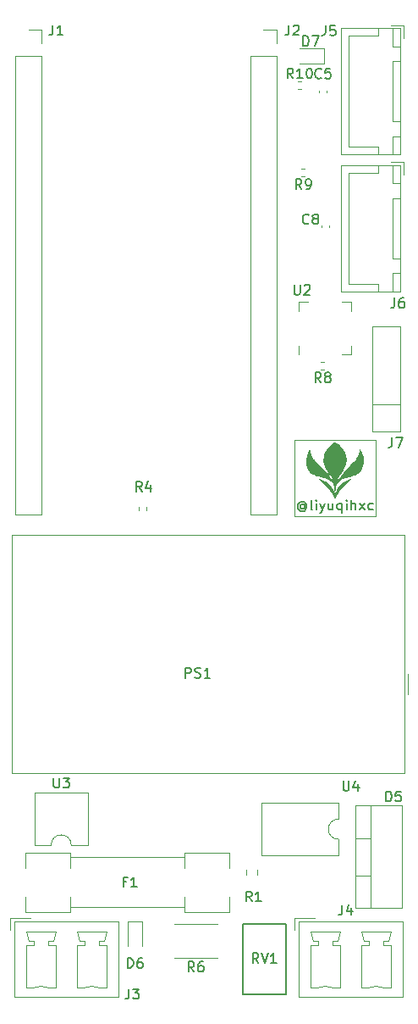
<source format=gbr>
%TF.GenerationSoftware,KiCad,Pcbnew,7.0.8*%
%TF.CreationDate,2024-01-30T16:00:28+08:00*%
%TF.ProjectId,esp32_temperature_controller,65737033-325f-4746-956d-706572617475,rev?*%
%TF.SameCoordinates,PX50e7ea0PY815a420*%
%TF.FileFunction,Legend,Top*%
%TF.FilePolarity,Positive*%
%FSLAX46Y46*%
G04 Gerber Fmt 4.6, Leading zero omitted, Abs format (unit mm)*
G04 Created by KiCad (PCBNEW 7.0.8) date 2024-01-30 16:00:28*
%MOMM*%
%LPD*%
G01*
G04 APERTURE LIST*
%ADD10C,0.150000*%
%ADD11C,0.120000*%
G04 APERTURE END LIST*
D10*
X31329333Y61875181D02*
X30996000Y62351372D01*
X30757905Y61875181D02*
X30757905Y62875181D01*
X30757905Y62875181D02*
X31138857Y62875181D01*
X31138857Y62875181D02*
X31234095Y62827562D01*
X31234095Y62827562D02*
X31281714Y62779943D01*
X31281714Y62779943D02*
X31329333Y62684705D01*
X31329333Y62684705D02*
X31329333Y62541848D01*
X31329333Y62541848D02*
X31281714Y62446610D01*
X31281714Y62446610D02*
X31234095Y62398991D01*
X31234095Y62398991D02*
X31138857Y62351372D01*
X31138857Y62351372D02*
X30757905Y62351372D01*
X31900762Y62446610D02*
X31805524Y62494229D01*
X31805524Y62494229D02*
X31757905Y62541848D01*
X31757905Y62541848D02*
X31710286Y62637086D01*
X31710286Y62637086D02*
X31710286Y62684705D01*
X31710286Y62684705D02*
X31757905Y62779943D01*
X31757905Y62779943D02*
X31805524Y62827562D01*
X31805524Y62827562D02*
X31900762Y62875181D01*
X31900762Y62875181D02*
X32091238Y62875181D01*
X32091238Y62875181D02*
X32186476Y62827562D01*
X32186476Y62827562D02*
X32234095Y62779943D01*
X32234095Y62779943D02*
X32281714Y62684705D01*
X32281714Y62684705D02*
X32281714Y62637086D01*
X32281714Y62637086D02*
X32234095Y62541848D01*
X32234095Y62541848D02*
X32186476Y62494229D01*
X32186476Y62494229D02*
X32091238Y62446610D01*
X32091238Y62446610D02*
X31900762Y62446610D01*
X31900762Y62446610D02*
X31805524Y62398991D01*
X31805524Y62398991D02*
X31757905Y62351372D01*
X31757905Y62351372D02*
X31710286Y62256134D01*
X31710286Y62256134D02*
X31710286Y62065658D01*
X31710286Y62065658D02*
X31757905Y61970420D01*
X31757905Y61970420D02*
X31805524Y61922800D01*
X31805524Y61922800D02*
X31900762Y61875181D01*
X31900762Y61875181D02*
X32091238Y61875181D01*
X32091238Y61875181D02*
X32186476Y61922800D01*
X32186476Y61922800D02*
X32234095Y61970420D01*
X32234095Y61970420D02*
X32281714Y62065658D01*
X32281714Y62065658D02*
X32281714Y62256134D01*
X32281714Y62256134D02*
X32234095Y62351372D01*
X32234095Y62351372D02*
X32186476Y62398991D01*
X32186476Y62398991D02*
X32091238Y62446610D01*
X33552095Y22081181D02*
X33552095Y21271658D01*
X33552095Y21271658D02*
X33599714Y21176420D01*
X33599714Y21176420D02*
X33647333Y21128800D01*
X33647333Y21128800D02*
X33742571Y21081181D01*
X33742571Y21081181D02*
X33933047Y21081181D01*
X33933047Y21081181D02*
X34028285Y21128800D01*
X34028285Y21128800D02*
X34075904Y21176420D01*
X34075904Y21176420D02*
X34123523Y21271658D01*
X34123523Y21271658D02*
X34123523Y22081181D01*
X35028285Y21747848D02*
X35028285Y21081181D01*
X34790190Y22128800D02*
X34552095Y21414515D01*
X34552095Y21414515D02*
X35171142Y21414515D01*
X18629333Y3021181D02*
X18296000Y3497372D01*
X18057905Y3021181D02*
X18057905Y4021181D01*
X18057905Y4021181D02*
X18438857Y4021181D01*
X18438857Y4021181D02*
X18534095Y3973562D01*
X18534095Y3973562D02*
X18581714Y3925943D01*
X18581714Y3925943D02*
X18629333Y3830705D01*
X18629333Y3830705D02*
X18629333Y3687848D01*
X18629333Y3687848D02*
X18581714Y3592610D01*
X18581714Y3592610D02*
X18534095Y3544991D01*
X18534095Y3544991D02*
X18438857Y3497372D01*
X18438857Y3497372D02*
X18057905Y3497372D01*
X19486476Y4021181D02*
X19296000Y4021181D01*
X19296000Y4021181D02*
X19200762Y3973562D01*
X19200762Y3973562D02*
X19153143Y3925943D01*
X19153143Y3925943D02*
X19057905Y3783086D01*
X19057905Y3783086D02*
X19010286Y3592610D01*
X19010286Y3592610D02*
X19010286Y3211658D01*
X19010286Y3211658D02*
X19057905Y3116420D01*
X19057905Y3116420D02*
X19105524Y3068800D01*
X19105524Y3068800D02*
X19200762Y3021181D01*
X19200762Y3021181D02*
X19391238Y3021181D01*
X19391238Y3021181D02*
X19486476Y3068800D01*
X19486476Y3068800D02*
X19534095Y3116420D01*
X19534095Y3116420D02*
X19581714Y3211658D01*
X19581714Y3211658D02*
X19581714Y3449753D01*
X19581714Y3449753D02*
X19534095Y3544991D01*
X19534095Y3544991D02*
X19486476Y3592610D01*
X19486476Y3592610D02*
X19391238Y3640229D01*
X19391238Y3640229D02*
X19200762Y3640229D01*
X19200762Y3640229D02*
X19105524Y3592610D01*
X19105524Y3592610D02*
X19057905Y3544991D01*
X19057905Y3544991D02*
X19010286Y3449753D01*
X25068761Y3881181D02*
X24735428Y4357372D01*
X24497333Y3881181D02*
X24497333Y4881181D01*
X24497333Y4881181D02*
X24878285Y4881181D01*
X24878285Y4881181D02*
X24973523Y4833562D01*
X24973523Y4833562D02*
X25021142Y4785943D01*
X25021142Y4785943D02*
X25068761Y4690705D01*
X25068761Y4690705D02*
X25068761Y4547848D01*
X25068761Y4547848D02*
X25021142Y4452610D01*
X25021142Y4452610D02*
X24973523Y4404991D01*
X24973523Y4404991D02*
X24878285Y4357372D01*
X24878285Y4357372D02*
X24497333Y4357372D01*
X25354476Y4881181D02*
X25687809Y3881181D01*
X25687809Y3881181D02*
X26021142Y4881181D01*
X26878285Y3881181D02*
X26306857Y3881181D01*
X26592571Y3881181D02*
X26592571Y4881181D01*
X26592571Y4881181D02*
X26497333Y4738324D01*
X26497333Y4738324D02*
X26402095Y4643086D01*
X26402095Y4643086D02*
X26306857Y4595467D01*
X38680666Y70331181D02*
X38680666Y69616896D01*
X38680666Y69616896D02*
X38633047Y69474039D01*
X38633047Y69474039D02*
X38537809Y69378800D01*
X38537809Y69378800D02*
X38394952Y69331181D01*
X38394952Y69331181D02*
X38299714Y69331181D01*
X39585428Y70331181D02*
X39394952Y70331181D01*
X39394952Y70331181D02*
X39299714Y70283562D01*
X39299714Y70283562D02*
X39252095Y70235943D01*
X39252095Y70235943D02*
X39156857Y70093086D01*
X39156857Y70093086D02*
X39109238Y69902610D01*
X39109238Y69902610D02*
X39109238Y69521658D01*
X39109238Y69521658D02*
X39156857Y69426420D01*
X39156857Y69426420D02*
X39204476Y69378800D01*
X39204476Y69378800D02*
X39299714Y69331181D01*
X39299714Y69331181D02*
X39490190Y69331181D01*
X39490190Y69331181D02*
X39585428Y69378800D01*
X39585428Y69378800D02*
X39633047Y69426420D01*
X39633047Y69426420D02*
X39680666Y69521658D01*
X39680666Y69521658D02*
X39680666Y69759753D01*
X39680666Y69759753D02*
X39633047Y69854991D01*
X39633047Y69854991D02*
X39585428Y69902610D01*
X39585428Y69902610D02*
X39490190Y69950229D01*
X39490190Y69950229D02*
X39299714Y69950229D01*
X39299714Y69950229D02*
X39204476Y69902610D01*
X39204476Y69902610D02*
X39156857Y69854991D01*
X39156857Y69854991D02*
X39109238Y69759753D01*
X12112666Y1307181D02*
X12112666Y592896D01*
X12112666Y592896D02*
X12065047Y450039D01*
X12065047Y450039D02*
X11969809Y354800D01*
X11969809Y354800D02*
X11826952Y307181D01*
X11826952Y307181D02*
X11731714Y307181D01*
X12493619Y1307181D02*
X13112666Y1307181D01*
X13112666Y1307181D02*
X12779333Y926229D01*
X12779333Y926229D02*
X12922190Y926229D01*
X12922190Y926229D02*
X13017428Y878610D01*
X13017428Y878610D02*
X13065047Y830991D01*
X13065047Y830991D02*
X13112666Y735753D01*
X13112666Y735753D02*
X13112666Y497658D01*
X13112666Y497658D02*
X13065047Y402420D01*
X13065047Y402420D02*
X13017428Y354800D01*
X13017428Y354800D02*
X12922190Y307181D01*
X12922190Y307181D02*
X12636476Y307181D01*
X12636476Y307181D02*
X12541238Y354800D01*
X12541238Y354800D02*
X12493619Y402420D01*
X31347333Y92326420D02*
X31299714Y92278800D01*
X31299714Y92278800D02*
X31156857Y92231181D01*
X31156857Y92231181D02*
X31061619Y92231181D01*
X31061619Y92231181D02*
X30918762Y92278800D01*
X30918762Y92278800D02*
X30823524Y92374039D01*
X30823524Y92374039D02*
X30775905Y92469277D01*
X30775905Y92469277D02*
X30728286Y92659753D01*
X30728286Y92659753D02*
X30728286Y92802610D01*
X30728286Y92802610D02*
X30775905Y92993086D01*
X30775905Y92993086D02*
X30823524Y93088324D01*
X30823524Y93088324D02*
X30918762Y93183562D01*
X30918762Y93183562D02*
X31061619Y93231181D01*
X31061619Y93231181D02*
X31156857Y93231181D01*
X31156857Y93231181D02*
X31299714Y93183562D01*
X31299714Y93183562D02*
X31347333Y93135943D01*
X32252095Y93231181D02*
X31775905Y93231181D01*
X31775905Y93231181D02*
X31728286Y92754991D01*
X31728286Y92754991D02*
X31775905Y92802610D01*
X31775905Y92802610D02*
X31871143Y92850229D01*
X31871143Y92850229D02*
X32109238Y92850229D01*
X32109238Y92850229D02*
X32204476Y92802610D01*
X32204476Y92802610D02*
X32252095Y92754991D01*
X32252095Y92754991D02*
X32299714Y92659753D01*
X32299714Y92659753D02*
X32299714Y92421658D01*
X32299714Y92421658D02*
X32252095Y92326420D01*
X32252095Y92326420D02*
X32204476Y92278800D01*
X32204476Y92278800D02*
X32109238Y92231181D01*
X32109238Y92231181D02*
X31871143Y92231181D01*
X31871143Y92231181D02*
X31775905Y92278800D01*
X31775905Y92278800D02*
X31728286Y92326420D01*
X33448666Y9689181D02*
X33448666Y8974896D01*
X33448666Y8974896D02*
X33401047Y8832039D01*
X33401047Y8832039D02*
X33305809Y8736800D01*
X33305809Y8736800D02*
X33162952Y8689181D01*
X33162952Y8689181D02*
X33067714Y8689181D01*
X34353428Y9355848D02*
X34353428Y8689181D01*
X34115333Y9736800D02*
X33877238Y9022515D01*
X33877238Y9022515D02*
X34496285Y9022515D01*
X31780666Y97531181D02*
X31780666Y96816896D01*
X31780666Y96816896D02*
X31733047Y96674039D01*
X31733047Y96674039D02*
X31637809Y96578800D01*
X31637809Y96578800D02*
X31494952Y96531181D01*
X31494952Y96531181D02*
X31399714Y96531181D01*
X32733047Y97531181D02*
X32256857Y97531181D01*
X32256857Y97531181D02*
X32209238Y97054991D01*
X32209238Y97054991D02*
X32256857Y97102610D01*
X32256857Y97102610D02*
X32352095Y97150229D01*
X32352095Y97150229D02*
X32590190Y97150229D01*
X32590190Y97150229D02*
X32685428Y97102610D01*
X32685428Y97102610D02*
X32733047Y97054991D01*
X32733047Y97054991D02*
X32780666Y96959753D01*
X32780666Y96959753D02*
X32780666Y96721658D01*
X32780666Y96721658D02*
X32733047Y96626420D01*
X32733047Y96626420D02*
X32685428Y96578800D01*
X32685428Y96578800D02*
X32590190Y96531181D01*
X32590190Y96531181D02*
X32352095Y96531181D01*
X32352095Y96531181D02*
X32256857Y96578800D01*
X32256857Y96578800D02*
X32209238Y96626420D01*
X29525905Y95481181D02*
X29525905Y96481181D01*
X29525905Y96481181D02*
X29764000Y96481181D01*
X29764000Y96481181D02*
X29906857Y96433562D01*
X29906857Y96433562D02*
X30002095Y96338324D01*
X30002095Y96338324D02*
X30049714Y96243086D01*
X30049714Y96243086D02*
X30097333Y96052610D01*
X30097333Y96052610D02*
X30097333Y95909753D01*
X30097333Y95909753D02*
X30049714Y95719277D01*
X30049714Y95719277D02*
X30002095Y95624039D01*
X30002095Y95624039D02*
X29906857Y95528800D01*
X29906857Y95528800D02*
X29764000Y95481181D01*
X29764000Y95481181D02*
X29525905Y95481181D01*
X30430667Y96481181D02*
X31097333Y96481181D01*
X31097333Y96481181D02*
X30668762Y95481181D01*
X29386833Y81179181D02*
X29053500Y81655372D01*
X28815405Y81179181D02*
X28815405Y82179181D01*
X28815405Y82179181D02*
X29196357Y82179181D01*
X29196357Y82179181D02*
X29291595Y82131562D01*
X29291595Y82131562D02*
X29339214Y82083943D01*
X29339214Y82083943D02*
X29386833Y81988705D01*
X29386833Y81988705D02*
X29386833Y81845848D01*
X29386833Y81845848D02*
X29339214Y81750610D01*
X29339214Y81750610D02*
X29291595Y81702991D01*
X29291595Y81702991D02*
X29196357Y81655372D01*
X29196357Y81655372D02*
X28815405Y81655372D01*
X29863024Y81179181D02*
X30053500Y81179181D01*
X30053500Y81179181D02*
X30148738Y81226800D01*
X30148738Y81226800D02*
X30196357Y81274420D01*
X30196357Y81274420D02*
X30291595Y81417277D01*
X30291595Y81417277D02*
X30339214Y81607753D01*
X30339214Y81607753D02*
X30339214Y81988705D01*
X30339214Y81988705D02*
X30291595Y82083943D01*
X30291595Y82083943D02*
X30243976Y82131562D01*
X30243976Y82131562D02*
X30148738Y82179181D01*
X30148738Y82179181D02*
X29958262Y82179181D01*
X29958262Y82179181D02*
X29863024Y82131562D01*
X29863024Y82131562D02*
X29815405Y82083943D01*
X29815405Y82083943D02*
X29767786Y81988705D01*
X29767786Y81988705D02*
X29767786Y81750610D01*
X29767786Y81750610D02*
X29815405Y81655372D01*
X29815405Y81655372D02*
X29863024Y81607753D01*
X29863024Y81607753D02*
X29958262Y81560134D01*
X29958262Y81560134D02*
X30148738Y81560134D01*
X30148738Y81560134D02*
X30243976Y81607753D01*
X30243976Y81607753D02*
X30291595Y81655372D01*
X30291595Y81655372D02*
X30339214Y81750610D01*
X29657826Y49628372D02*
X29610207Y49675991D01*
X29610207Y49675991D02*
X29514969Y49723610D01*
X29514969Y49723610D02*
X29419731Y49723610D01*
X29419731Y49723610D02*
X29324493Y49675991D01*
X29324493Y49675991D02*
X29276874Y49628372D01*
X29276874Y49628372D02*
X29229255Y49533134D01*
X29229255Y49533134D02*
X29229255Y49437896D01*
X29229255Y49437896D02*
X29276874Y49342658D01*
X29276874Y49342658D02*
X29324493Y49295039D01*
X29324493Y49295039D02*
X29419731Y49247420D01*
X29419731Y49247420D02*
X29514969Y49247420D01*
X29514969Y49247420D02*
X29610207Y49295039D01*
X29610207Y49295039D02*
X29657826Y49342658D01*
X29657826Y49723610D02*
X29657826Y49342658D01*
X29657826Y49342658D02*
X29705445Y49295039D01*
X29705445Y49295039D02*
X29753064Y49295039D01*
X29753064Y49295039D02*
X29848303Y49342658D01*
X29848303Y49342658D02*
X29895922Y49437896D01*
X29895922Y49437896D02*
X29895922Y49675991D01*
X29895922Y49675991D02*
X29800684Y49818848D01*
X29800684Y49818848D02*
X29657826Y49914086D01*
X29657826Y49914086D02*
X29467350Y49961705D01*
X29467350Y49961705D02*
X29276874Y49914086D01*
X29276874Y49914086D02*
X29134017Y49818848D01*
X29134017Y49818848D02*
X29038779Y49675991D01*
X29038779Y49675991D02*
X28991160Y49485515D01*
X28991160Y49485515D02*
X29038779Y49295039D01*
X29038779Y49295039D02*
X29134017Y49152181D01*
X29134017Y49152181D02*
X29276874Y49056943D01*
X29276874Y49056943D02*
X29467350Y49009324D01*
X29467350Y49009324D02*
X29657826Y49056943D01*
X29657826Y49056943D02*
X29800684Y49152181D01*
X30467350Y49152181D02*
X30372112Y49199800D01*
X30372112Y49199800D02*
X30324493Y49295039D01*
X30324493Y49295039D02*
X30324493Y50152181D01*
X30848303Y49152181D02*
X30848303Y49818848D01*
X30848303Y50152181D02*
X30800684Y50104562D01*
X30800684Y50104562D02*
X30848303Y50056943D01*
X30848303Y50056943D02*
X30895922Y50104562D01*
X30895922Y50104562D02*
X30848303Y50152181D01*
X30848303Y50152181D02*
X30848303Y50056943D01*
X31229255Y49818848D02*
X31467350Y49152181D01*
X31705445Y49818848D02*
X31467350Y49152181D01*
X31467350Y49152181D02*
X31372112Y48914086D01*
X31372112Y48914086D02*
X31324493Y48866467D01*
X31324493Y48866467D02*
X31229255Y48818848D01*
X32514969Y49818848D02*
X32514969Y49152181D01*
X32086398Y49818848D02*
X32086398Y49295039D01*
X32086398Y49295039D02*
X32134017Y49199800D01*
X32134017Y49199800D02*
X32229255Y49152181D01*
X32229255Y49152181D02*
X32372112Y49152181D01*
X32372112Y49152181D02*
X32467350Y49199800D01*
X32467350Y49199800D02*
X32514969Y49247420D01*
X33419731Y49818848D02*
X33419731Y48818848D01*
X33419731Y49199800D02*
X33324493Y49152181D01*
X33324493Y49152181D02*
X33134017Y49152181D01*
X33134017Y49152181D02*
X33038779Y49199800D01*
X33038779Y49199800D02*
X32991160Y49247420D01*
X32991160Y49247420D02*
X32943541Y49342658D01*
X32943541Y49342658D02*
X32943541Y49628372D01*
X32943541Y49628372D02*
X32991160Y49723610D01*
X32991160Y49723610D02*
X33038779Y49771229D01*
X33038779Y49771229D02*
X33134017Y49818848D01*
X33134017Y49818848D02*
X33324493Y49818848D01*
X33324493Y49818848D02*
X33419731Y49771229D01*
X33895922Y49152181D02*
X33895922Y49818848D01*
X33895922Y50152181D02*
X33848303Y50104562D01*
X33848303Y50104562D02*
X33895922Y50056943D01*
X33895922Y50056943D02*
X33943541Y50104562D01*
X33943541Y50104562D02*
X33895922Y50152181D01*
X33895922Y50152181D02*
X33895922Y50056943D01*
X34372112Y49152181D02*
X34372112Y50152181D01*
X34800683Y49152181D02*
X34800683Y49675991D01*
X34800683Y49675991D02*
X34753064Y49771229D01*
X34753064Y49771229D02*
X34657826Y49818848D01*
X34657826Y49818848D02*
X34514969Y49818848D01*
X34514969Y49818848D02*
X34419731Y49771229D01*
X34419731Y49771229D02*
X34372112Y49723610D01*
X35181636Y49152181D02*
X35705445Y49818848D01*
X35181636Y49818848D02*
X35705445Y49152181D01*
X36514969Y49199800D02*
X36419731Y49152181D01*
X36419731Y49152181D02*
X36229255Y49152181D01*
X36229255Y49152181D02*
X36134017Y49199800D01*
X36134017Y49199800D02*
X36086398Y49247420D01*
X36086398Y49247420D02*
X36038779Y49342658D01*
X36038779Y49342658D02*
X36038779Y49628372D01*
X36038779Y49628372D02*
X36086398Y49723610D01*
X36086398Y49723610D02*
X36134017Y49771229D01*
X36134017Y49771229D02*
X36229255Y49818848D01*
X36229255Y49818848D02*
X36419731Y49818848D01*
X36419731Y49818848D02*
X36514969Y49771229D01*
X24397333Y10031181D02*
X24064000Y10507372D01*
X23825905Y10031181D02*
X23825905Y11031181D01*
X23825905Y11031181D02*
X24206857Y11031181D01*
X24206857Y11031181D02*
X24302095Y10983562D01*
X24302095Y10983562D02*
X24349714Y10935943D01*
X24349714Y10935943D02*
X24397333Y10840705D01*
X24397333Y10840705D02*
X24397333Y10697848D01*
X24397333Y10697848D02*
X24349714Y10602610D01*
X24349714Y10602610D02*
X24302095Y10554991D01*
X24302095Y10554991D02*
X24206857Y10507372D01*
X24206857Y10507372D02*
X23825905Y10507372D01*
X25349714Y10031181D02*
X24778286Y10031181D01*
X25064000Y10031181D02*
X25064000Y11031181D01*
X25064000Y11031181D02*
X24968762Y10888324D01*
X24968762Y10888324D02*
X24873524Y10793086D01*
X24873524Y10793086D02*
X24778286Y10745467D01*
X28521142Y92251181D02*
X28187809Y92727372D01*
X27949714Y92251181D02*
X27949714Y93251181D01*
X27949714Y93251181D02*
X28330666Y93251181D01*
X28330666Y93251181D02*
X28425904Y93203562D01*
X28425904Y93203562D02*
X28473523Y93155943D01*
X28473523Y93155943D02*
X28521142Y93060705D01*
X28521142Y93060705D02*
X28521142Y92917848D01*
X28521142Y92917848D02*
X28473523Y92822610D01*
X28473523Y92822610D02*
X28425904Y92774991D01*
X28425904Y92774991D02*
X28330666Y92727372D01*
X28330666Y92727372D02*
X27949714Y92727372D01*
X29473523Y92251181D02*
X28902095Y92251181D01*
X29187809Y92251181D02*
X29187809Y93251181D01*
X29187809Y93251181D02*
X29092571Y93108324D01*
X29092571Y93108324D02*
X28997333Y93013086D01*
X28997333Y93013086D02*
X28902095Y92965467D01*
X30092571Y93251181D02*
X30187809Y93251181D01*
X30187809Y93251181D02*
X30283047Y93203562D01*
X30283047Y93203562D02*
X30330666Y93155943D01*
X30330666Y93155943D02*
X30378285Y93060705D01*
X30378285Y93060705D02*
X30425904Y92870229D01*
X30425904Y92870229D02*
X30425904Y92632134D01*
X30425904Y92632134D02*
X30378285Y92441658D01*
X30378285Y92441658D02*
X30330666Y92346420D01*
X30330666Y92346420D02*
X30283047Y92298800D01*
X30283047Y92298800D02*
X30187809Y92251181D01*
X30187809Y92251181D02*
X30092571Y92251181D01*
X30092571Y92251181D02*
X29997333Y92298800D01*
X29997333Y92298800D02*
X29949714Y92346420D01*
X29949714Y92346420D02*
X29902095Y92441658D01*
X29902095Y92441658D02*
X29854476Y92632134D01*
X29854476Y92632134D02*
X29854476Y92870229D01*
X29854476Y92870229D02*
X29902095Y93060705D01*
X29902095Y93060705D02*
X29949714Y93155943D01*
X29949714Y93155943D02*
X29997333Y93203562D01*
X29997333Y93203562D02*
X30092571Y93251181D01*
X11975905Y3381181D02*
X11975905Y4381181D01*
X11975905Y4381181D02*
X12214000Y4381181D01*
X12214000Y4381181D02*
X12356857Y4333562D01*
X12356857Y4333562D02*
X12452095Y4238324D01*
X12452095Y4238324D02*
X12499714Y4143086D01*
X12499714Y4143086D02*
X12547333Y3952610D01*
X12547333Y3952610D02*
X12547333Y3809753D01*
X12547333Y3809753D02*
X12499714Y3619277D01*
X12499714Y3619277D02*
X12452095Y3524039D01*
X12452095Y3524039D02*
X12356857Y3428800D01*
X12356857Y3428800D02*
X12214000Y3381181D01*
X12214000Y3381181D02*
X11975905Y3381181D01*
X13404476Y4381181D02*
X13214000Y4381181D01*
X13214000Y4381181D02*
X13118762Y4333562D01*
X13118762Y4333562D02*
X13071143Y4285943D01*
X13071143Y4285943D02*
X12975905Y4143086D01*
X12975905Y4143086D02*
X12928286Y3952610D01*
X12928286Y3952610D02*
X12928286Y3571658D01*
X12928286Y3571658D02*
X12975905Y3476420D01*
X12975905Y3476420D02*
X13023524Y3428800D01*
X13023524Y3428800D02*
X13118762Y3381181D01*
X13118762Y3381181D02*
X13309238Y3381181D01*
X13309238Y3381181D02*
X13404476Y3428800D01*
X13404476Y3428800D02*
X13452095Y3476420D01*
X13452095Y3476420D02*
X13499714Y3571658D01*
X13499714Y3571658D02*
X13499714Y3809753D01*
X13499714Y3809753D02*
X13452095Y3904991D01*
X13452095Y3904991D02*
X13404476Y3952610D01*
X13404476Y3952610D02*
X13309238Y4000229D01*
X13309238Y4000229D02*
X13118762Y4000229D01*
X13118762Y4000229D02*
X13023524Y3952610D01*
X13023524Y3952610D02*
X12975905Y3904991D01*
X12975905Y3904991D02*
X12928286Y3809753D01*
X4492666Y97573181D02*
X4492666Y96858896D01*
X4492666Y96858896D02*
X4445047Y96716039D01*
X4445047Y96716039D02*
X4349809Y96620800D01*
X4349809Y96620800D02*
X4206952Y96573181D01*
X4206952Y96573181D02*
X4111714Y96573181D01*
X5492666Y96573181D02*
X4921238Y96573181D01*
X5206952Y96573181D02*
X5206952Y97573181D01*
X5206952Y97573181D02*
X5111714Y97430324D01*
X5111714Y97430324D02*
X5016476Y97335086D01*
X5016476Y97335086D02*
X4921238Y97287467D01*
X30097333Y77776420D02*
X30049714Y77728800D01*
X30049714Y77728800D02*
X29906857Y77681181D01*
X29906857Y77681181D02*
X29811619Y77681181D01*
X29811619Y77681181D02*
X29668762Y77728800D01*
X29668762Y77728800D02*
X29573524Y77824039D01*
X29573524Y77824039D02*
X29525905Y77919277D01*
X29525905Y77919277D02*
X29478286Y78109753D01*
X29478286Y78109753D02*
X29478286Y78252610D01*
X29478286Y78252610D02*
X29525905Y78443086D01*
X29525905Y78443086D02*
X29573524Y78538324D01*
X29573524Y78538324D02*
X29668762Y78633562D01*
X29668762Y78633562D02*
X29811619Y78681181D01*
X29811619Y78681181D02*
X29906857Y78681181D01*
X29906857Y78681181D02*
X30049714Y78633562D01*
X30049714Y78633562D02*
X30097333Y78585943D01*
X30668762Y78252610D02*
X30573524Y78300229D01*
X30573524Y78300229D02*
X30525905Y78347848D01*
X30525905Y78347848D02*
X30478286Y78443086D01*
X30478286Y78443086D02*
X30478286Y78490705D01*
X30478286Y78490705D02*
X30525905Y78585943D01*
X30525905Y78585943D02*
X30573524Y78633562D01*
X30573524Y78633562D02*
X30668762Y78681181D01*
X30668762Y78681181D02*
X30859238Y78681181D01*
X30859238Y78681181D02*
X30954476Y78633562D01*
X30954476Y78633562D02*
X31002095Y78585943D01*
X31002095Y78585943D02*
X31049714Y78490705D01*
X31049714Y78490705D02*
X31049714Y78443086D01*
X31049714Y78443086D02*
X31002095Y78347848D01*
X31002095Y78347848D02*
X30954476Y78300229D01*
X30954476Y78300229D02*
X30859238Y78252610D01*
X30859238Y78252610D02*
X30668762Y78252610D01*
X30668762Y78252610D02*
X30573524Y78204991D01*
X30573524Y78204991D02*
X30525905Y78157372D01*
X30525905Y78157372D02*
X30478286Y78062134D01*
X30478286Y78062134D02*
X30478286Y77871658D01*
X30478286Y77871658D02*
X30525905Y77776420D01*
X30525905Y77776420D02*
X30573524Y77728800D01*
X30573524Y77728800D02*
X30668762Y77681181D01*
X30668762Y77681181D02*
X30859238Y77681181D01*
X30859238Y77681181D02*
X30954476Y77728800D01*
X30954476Y77728800D02*
X31002095Y77776420D01*
X31002095Y77776420D02*
X31049714Y77871658D01*
X31049714Y77871658D02*
X31049714Y78062134D01*
X31049714Y78062134D02*
X31002095Y78157372D01*
X31002095Y78157372D02*
X30954476Y78204991D01*
X30954476Y78204991D02*
X30859238Y78252610D01*
X4572095Y22389181D02*
X4572095Y21579658D01*
X4572095Y21579658D02*
X4619714Y21484420D01*
X4619714Y21484420D02*
X4667333Y21436800D01*
X4667333Y21436800D02*
X4762571Y21389181D01*
X4762571Y21389181D02*
X4953047Y21389181D01*
X4953047Y21389181D02*
X5048285Y21436800D01*
X5048285Y21436800D02*
X5095904Y21484420D01*
X5095904Y21484420D02*
X5143523Y21579658D01*
X5143523Y21579658D02*
X5143523Y22389181D01*
X5524476Y22389181D02*
X6143523Y22389181D01*
X6143523Y22389181D02*
X5810190Y22008229D01*
X5810190Y22008229D02*
X5953047Y22008229D01*
X5953047Y22008229D02*
X6048285Y21960610D01*
X6048285Y21960610D02*
X6095904Y21912991D01*
X6095904Y21912991D02*
X6143523Y21817753D01*
X6143523Y21817753D02*
X6143523Y21579658D01*
X6143523Y21579658D02*
X6095904Y21484420D01*
X6095904Y21484420D02*
X6048285Y21436800D01*
X6048285Y21436800D02*
X5953047Y21389181D01*
X5953047Y21389181D02*
X5667333Y21389181D01*
X5667333Y21389181D02*
X5572095Y21436800D01*
X5572095Y21436800D02*
X5524476Y21484420D01*
X28652095Y71631181D02*
X28652095Y70821658D01*
X28652095Y70821658D02*
X28699714Y70726420D01*
X28699714Y70726420D02*
X28747333Y70678800D01*
X28747333Y70678800D02*
X28842571Y70631181D01*
X28842571Y70631181D02*
X29033047Y70631181D01*
X29033047Y70631181D02*
X29128285Y70678800D01*
X29128285Y70678800D02*
X29175904Y70726420D01*
X29175904Y70726420D02*
X29223523Y70821658D01*
X29223523Y70821658D02*
X29223523Y71631181D01*
X29652095Y71535943D02*
X29699714Y71583562D01*
X29699714Y71583562D02*
X29794952Y71631181D01*
X29794952Y71631181D02*
X30033047Y71631181D01*
X30033047Y71631181D02*
X30128285Y71583562D01*
X30128285Y71583562D02*
X30175904Y71535943D01*
X30175904Y71535943D02*
X30223523Y71440705D01*
X30223523Y71440705D02*
X30223523Y71345467D01*
X30223523Y71345467D02*
X30175904Y71202610D01*
X30175904Y71202610D02*
X29604476Y70631181D01*
X29604476Y70631181D02*
X30223523Y70631181D01*
X38430666Y56381181D02*
X38430666Y55666896D01*
X38430666Y55666896D02*
X38383047Y55524039D01*
X38383047Y55524039D02*
X38287809Y55428800D01*
X38287809Y55428800D02*
X38144952Y55381181D01*
X38144952Y55381181D02*
X38049714Y55381181D01*
X38811619Y56381181D02*
X39478285Y56381181D01*
X39478285Y56381181D02*
X39049714Y55381181D01*
X13397333Y50981181D02*
X13064000Y51457372D01*
X12825905Y50981181D02*
X12825905Y51981181D01*
X12825905Y51981181D02*
X13206857Y51981181D01*
X13206857Y51981181D02*
X13302095Y51933562D01*
X13302095Y51933562D02*
X13349714Y51885943D01*
X13349714Y51885943D02*
X13397333Y51790705D01*
X13397333Y51790705D02*
X13397333Y51647848D01*
X13397333Y51647848D02*
X13349714Y51552610D01*
X13349714Y51552610D02*
X13302095Y51504991D01*
X13302095Y51504991D02*
X13206857Y51457372D01*
X13206857Y51457372D02*
X12825905Y51457372D01*
X14254476Y51647848D02*
X14254476Y50981181D01*
X14016381Y52028800D02*
X13778286Y51314515D01*
X13778286Y51314515D02*
X14397333Y51314515D01*
X28114666Y97573181D02*
X28114666Y96858896D01*
X28114666Y96858896D02*
X28067047Y96716039D01*
X28067047Y96716039D02*
X27971809Y96620800D01*
X27971809Y96620800D02*
X27828952Y96573181D01*
X27828952Y96573181D02*
X27733714Y96573181D01*
X28543238Y97477943D02*
X28590857Y97525562D01*
X28590857Y97525562D02*
X28686095Y97573181D01*
X28686095Y97573181D02*
X28924190Y97573181D01*
X28924190Y97573181D02*
X29019428Y97525562D01*
X29019428Y97525562D02*
X29067047Y97477943D01*
X29067047Y97477943D02*
X29114666Y97382705D01*
X29114666Y97382705D02*
X29114666Y97287467D01*
X29114666Y97287467D02*
X29067047Y97144610D01*
X29067047Y97144610D02*
X28495619Y96573181D01*
X28495619Y96573181D02*
X29114666Y96573181D01*
X11858666Y12006991D02*
X11525333Y12006991D01*
X11525333Y11483181D02*
X11525333Y12483181D01*
X11525333Y12483181D02*
X12001523Y12483181D01*
X12906285Y11483181D02*
X12334857Y11483181D01*
X12620571Y11483181D02*
X12620571Y12483181D01*
X12620571Y12483181D02*
X12525333Y12340324D01*
X12525333Y12340324D02*
X12430095Y12245086D01*
X12430095Y12245086D02*
X12334857Y12197467D01*
X17763714Y32373181D02*
X17763714Y33373181D01*
X17763714Y33373181D02*
X18144666Y33373181D01*
X18144666Y33373181D02*
X18239904Y33325562D01*
X18239904Y33325562D02*
X18287523Y33277943D01*
X18287523Y33277943D02*
X18335142Y33182705D01*
X18335142Y33182705D02*
X18335142Y33039848D01*
X18335142Y33039848D02*
X18287523Y32944610D01*
X18287523Y32944610D02*
X18239904Y32896991D01*
X18239904Y32896991D02*
X18144666Y32849372D01*
X18144666Y32849372D02*
X17763714Y32849372D01*
X18716095Y32420800D02*
X18858952Y32373181D01*
X18858952Y32373181D02*
X19097047Y32373181D01*
X19097047Y32373181D02*
X19192285Y32420800D01*
X19192285Y32420800D02*
X19239904Y32468420D01*
X19239904Y32468420D02*
X19287523Y32563658D01*
X19287523Y32563658D02*
X19287523Y32658896D01*
X19287523Y32658896D02*
X19239904Y32754134D01*
X19239904Y32754134D02*
X19192285Y32801753D01*
X19192285Y32801753D02*
X19097047Y32849372D01*
X19097047Y32849372D02*
X18906571Y32896991D01*
X18906571Y32896991D02*
X18811333Y32944610D01*
X18811333Y32944610D02*
X18763714Y32992229D01*
X18763714Y32992229D02*
X18716095Y33087467D01*
X18716095Y33087467D02*
X18716095Y33182705D01*
X18716095Y33182705D02*
X18763714Y33277943D01*
X18763714Y33277943D02*
X18811333Y33325562D01*
X18811333Y33325562D02*
X18906571Y33373181D01*
X18906571Y33373181D02*
X19144666Y33373181D01*
X19144666Y33373181D02*
X19287523Y33325562D01*
X20239904Y32373181D02*
X19668476Y32373181D01*
X19954190Y32373181D02*
X19954190Y33373181D01*
X19954190Y33373181D02*
X19858952Y33230324D01*
X19858952Y33230324D02*
X19763714Y33135086D01*
X19763714Y33135086D02*
X19668476Y33087467D01*
X37825905Y20031181D02*
X37825905Y21031181D01*
X37825905Y21031181D02*
X38064000Y21031181D01*
X38064000Y21031181D02*
X38206857Y20983562D01*
X38206857Y20983562D02*
X38302095Y20888324D01*
X38302095Y20888324D02*
X38349714Y20793086D01*
X38349714Y20793086D02*
X38397333Y20602610D01*
X38397333Y20602610D02*
X38397333Y20459753D01*
X38397333Y20459753D02*
X38349714Y20269277D01*
X38349714Y20269277D02*
X38302095Y20174039D01*
X38302095Y20174039D02*
X38206857Y20078800D01*
X38206857Y20078800D02*
X38064000Y20031181D01*
X38064000Y20031181D02*
X37825905Y20031181D01*
X39302095Y21031181D02*
X38825905Y21031181D01*
X38825905Y21031181D02*
X38778286Y20554991D01*
X38778286Y20554991D02*
X38825905Y20602610D01*
X38825905Y20602610D02*
X38921143Y20650229D01*
X38921143Y20650229D02*
X39159238Y20650229D01*
X39159238Y20650229D02*
X39254476Y20602610D01*
X39254476Y20602610D02*
X39302095Y20554991D01*
X39302095Y20554991D02*
X39349714Y20459753D01*
X39349714Y20459753D02*
X39349714Y20221658D01*
X39349714Y20221658D02*
X39302095Y20126420D01*
X39302095Y20126420D02*
X39254476Y20078800D01*
X39254476Y20078800D02*
X39159238Y20031181D01*
X39159238Y20031181D02*
X38921143Y20031181D01*
X38921143Y20031181D02*
X38825905Y20078800D01*
X38825905Y20078800D02*
X38778286Y20126420D01*
D11*
%TO.C,R8*%
X31663621Y63120000D02*
X31328379Y63120000D01*
X31663621Y63880000D02*
X31328379Y63880000D01*
%TO.C,U4*%
X33065000Y19912000D02*
X25325000Y19912000D01*
X25325000Y19912000D02*
X25325000Y14612000D01*
X33065000Y18262000D02*
X33065000Y19912000D01*
X33065000Y14612000D02*
X33065000Y16262000D01*
X25325000Y14612000D02*
X33065000Y14612000D01*
X33065000Y18262000D02*
G75*
G03*
X33065000Y16262000I0J-1000000D01*
G01*
%TO.C,R6*%
X20973064Y4386000D02*
X16618936Y4386000D01*
X20973064Y7806000D02*
X16618936Y7806000D01*
D10*
%TO.C,RV1*%
X23488000Y778000D02*
X27788000Y778000D01*
X23488000Y778000D02*
X23488000Y7778000D01*
X27788000Y778000D02*
X27788000Y7778000D01*
X23488000Y7778000D02*
X27788000Y7778000D01*
D11*
%TO.C,J6*%
X39580000Y83876000D02*
X38330000Y83876000D01*
X39290000Y83586000D02*
X33320000Y83586000D01*
X33320000Y83586000D02*
X33320000Y70966000D01*
X39280000Y83576000D02*
X38530000Y83576000D01*
X38530000Y83576000D02*
X38530000Y81776000D01*
X37030000Y83576000D02*
X37030000Y82826000D01*
X37030000Y82826000D02*
X34080000Y82826000D01*
X34080000Y82826000D02*
X34080000Y77276000D01*
X39580000Y82626000D02*
X39580000Y83876000D01*
X39280000Y81776000D02*
X39280000Y83576000D01*
X38530000Y81776000D02*
X39280000Y81776000D01*
X39280000Y80276000D02*
X38530000Y80276000D01*
X38530000Y80276000D02*
X38530000Y74276000D01*
X39280000Y74276000D02*
X39280000Y80276000D01*
X38530000Y74276000D02*
X39280000Y74276000D01*
X39280000Y72776000D02*
X38530000Y72776000D01*
X38530000Y72776000D02*
X38530000Y70976000D01*
X37030000Y71726000D02*
X34080000Y71726000D01*
X34080000Y71726000D02*
X34080000Y77276000D01*
X39280000Y70976000D02*
X39280000Y72776000D01*
X38530000Y70976000D02*
X39280000Y70976000D01*
X37030000Y70976000D02*
X37030000Y71726000D01*
X39290000Y70966000D02*
X39290000Y83586000D01*
X33320000Y70966000D02*
X39290000Y70966000D01*
%TO.C,J3*%
X262000Y8406000D02*
X2262000Y8406000D01*
X262000Y7156000D02*
X262000Y8406000D01*
X652000Y8016000D02*
X652000Y546000D01*
X652000Y546000D02*
X11032000Y546000D01*
X1802000Y7056000D02*
X4802000Y7056000D01*
X1802000Y5706000D02*
X2552000Y5706000D01*
X1802000Y1406000D02*
X1802000Y5706000D01*
X2052000Y6056000D02*
X1802000Y7056000D01*
X2552000Y6056000D02*
X2052000Y6056000D01*
X2552000Y5706000D02*
X2552000Y6056000D01*
X2552000Y1406000D02*
X1802000Y1406000D01*
X4052000Y6056000D02*
X4052000Y5706000D01*
X4052000Y5706000D02*
X4802000Y5706000D01*
X4552000Y6056000D02*
X4052000Y6056000D01*
X4802000Y7056000D02*
X4552000Y6056000D01*
X4802000Y5706000D02*
X4802000Y1406000D01*
X4802000Y1406000D02*
X4052000Y1406000D01*
X6882000Y7056000D02*
X9882000Y7056000D01*
X6882000Y5706000D02*
X7632000Y5706000D01*
X6882000Y1406000D02*
X6882000Y5706000D01*
X7132000Y6056000D02*
X6882000Y7056000D01*
X7632000Y6056000D02*
X7132000Y6056000D01*
X7632000Y5706000D02*
X7632000Y6056000D01*
X7632000Y1406000D02*
X6882000Y1406000D01*
X9132000Y6056000D02*
X9132000Y5706000D01*
X9132000Y5706000D02*
X9882000Y5706000D01*
X9632000Y6056000D02*
X9132000Y6056000D01*
X9882000Y7056000D02*
X9632000Y6056000D01*
X9882000Y5706000D02*
X9882000Y1406000D01*
X9882000Y1406000D02*
X9132000Y1406000D01*
X11032000Y8016000D02*
X652000Y8016000D01*
X11032000Y546000D02*
X11032000Y8016000D01*
X4051647Y1406155D02*
G75*
G03*
X2552000Y1406000I-749647J-1700155D01*
G01*
X9131647Y1406155D02*
G75*
G03*
X7632000Y1406000I-749647J-1700155D01*
G01*
%TO.C,C5*%
X31136000Y90816165D02*
X31136000Y91047835D01*
X31856000Y90816165D02*
X31856000Y91047835D01*
%TO.C,J4*%
X28710000Y8406000D02*
X30710000Y8406000D01*
X28710000Y7156000D02*
X28710000Y8406000D01*
X29100000Y8016000D02*
X29100000Y546000D01*
X29100000Y546000D02*
X39480000Y546000D01*
X30250000Y7056000D02*
X33250000Y7056000D01*
X30250000Y5706000D02*
X31000000Y5706000D01*
X30250000Y1406000D02*
X30250000Y5706000D01*
X30500000Y6056000D02*
X30250000Y7056000D01*
X31000000Y6056000D02*
X30500000Y6056000D01*
X31000000Y5706000D02*
X31000000Y6056000D01*
X31000000Y1406000D02*
X30250000Y1406000D01*
X32500000Y6056000D02*
X32500000Y5706000D01*
X32500000Y5706000D02*
X33250000Y5706000D01*
X33000000Y6056000D02*
X32500000Y6056000D01*
X33250000Y7056000D02*
X33000000Y6056000D01*
X33250000Y5706000D02*
X33250000Y1406000D01*
X33250000Y1406000D02*
X32500000Y1406000D01*
X35330000Y7056000D02*
X38330000Y7056000D01*
X35330000Y5706000D02*
X36080000Y5706000D01*
X35330000Y1406000D02*
X35330000Y5706000D01*
X35580000Y6056000D02*
X35330000Y7056000D01*
X36080000Y6056000D02*
X35580000Y6056000D01*
X36080000Y5706000D02*
X36080000Y6056000D01*
X36080000Y1406000D02*
X35330000Y1406000D01*
X37580000Y6056000D02*
X37580000Y5706000D01*
X37580000Y5706000D02*
X38330000Y5706000D01*
X38080000Y6056000D02*
X37580000Y6056000D01*
X38330000Y7056000D02*
X38080000Y6056000D01*
X38330000Y5706000D02*
X38330000Y1406000D01*
X38330000Y1406000D02*
X37580000Y1406000D01*
X39480000Y8016000D02*
X29100000Y8016000D01*
X39480000Y546000D02*
X39480000Y8016000D01*
X32499647Y1406155D02*
G75*
G03*
X31000000Y1406000I-749647J-1700155D01*
G01*
X37579647Y1406155D02*
G75*
G03*
X36080000Y1406000I-749647J-1700155D01*
G01*
%TO.C,J5*%
X39580000Y97552000D02*
X38330000Y97552000D01*
X39290000Y97262000D02*
X33320000Y97262000D01*
X33320000Y97262000D02*
X33320000Y84642000D01*
X39280000Y97252000D02*
X38530000Y97252000D01*
X38530000Y97252000D02*
X38530000Y95452000D01*
X37030000Y97252000D02*
X37030000Y96502000D01*
X37030000Y96502000D02*
X34080000Y96502000D01*
X34080000Y96502000D02*
X34080000Y90952000D01*
X39580000Y96302000D02*
X39580000Y97552000D01*
X39280000Y95452000D02*
X39280000Y97252000D01*
X38530000Y95452000D02*
X39280000Y95452000D01*
X39280000Y93952000D02*
X38530000Y93952000D01*
X38530000Y93952000D02*
X38530000Y87952000D01*
X39280000Y87952000D02*
X39280000Y93952000D01*
X38530000Y87952000D02*
X39280000Y87952000D01*
X39280000Y86452000D02*
X38530000Y86452000D01*
X38530000Y86452000D02*
X38530000Y84652000D01*
X37030000Y85402000D02*
X34080000Y85402000D01*
X34080000Y85402000D02*
X34080000Y90952000D01*
X39280000Y84652000D02*
X39280000Y86452000D01*
X38530000Y84652000D02*
X39280000Y84652000D01*
X37030000Y84652000D02*
X37030000Y85402000D01*
X39290000Y84642000D02*
X39290000Y97262000D01*
X33320000Y84642000D02*
X39290000Y84642000D01*
%TO.C,D7*%
X31674000Y93751000D02*
X31674000Y95221000D01*
X31674000Y95221000D02*
X29214000Y95221000D01*
X29214000Y93751000D02*
X31674000Y93751000D01*
%TO.C,R9*%
X29721121Y82424000D02*
X29385879Y82424000D01*
X29721121Y83184000D02*
X29385879Y83184000D01*
%TO.C,REF\u002A\u002A*%
X28702000Y56134000D02*
X36830000Y56134000D01*
X36830000Y56134000D02*
X36830000Y48514000D01*
X36830000Y48514000D02*
X28702000Y48514000D01*
X28702000Y48514000D02*
X28702000Y56134000D01*
G36*
X34357362Y52243347D02*
G01*
X34356305Y52233136D01*
X34336352Y52208662D01*
X34285383Y52153172D01*
X34207848Y52071310D01*
X34108199Y51967725D01*
X33990887Y51847061D01*
X33860363Y51713966D01*
X33810948Y51663854D01*
X33599715Y51447348D01*
X33422115Y51259099D01*
X33274068Y51094084D01*
X33151495Y50947278D01*
X33050317Y50813659D01*
X32966454Y50688202D01*
X32895828Y50565884D01*
X32856287Y50488161D01*
X32808536Y50396966D01*
X32764736Y50326194D01*
X32731546Y50286066D01*
X32721120Y50280685D01*
X32689745Y50297124D01*
X32686532Y50309010D01*
X32674322Y50350540D01*
X32641598Y50423665D01*
X32594222Y50517155D01*
X32538055Y50619778D01*
X32478957Y50720303D01*
X32438890Y50783552D01*
X32357978Y50896281D01*
X32249188Y51030673D01*
X32110401Y51189089D01*
X31939499Y51373892D01*
X31734363Y51587446D01*
X31549802Y51774917D01*
X31400798Y51925731D01*
X31286192Y52044094D01*
X31204335Y52132632D01*
X31153576Y52193969D01*
X31132266Y52230730D01*
X31138755Y52245539D01*
X31171392Y52241022D01*
X31228527Y52219804D01*
X31285882Y52194771D01*
X31361126Y52161787D01*
X31462726Y52118402D01*
X31570477Y52073231D01*
X31585532Y52066995D01*
X31824738Y51951426D01*
X32027736Y51815276D01*
X32207160Y51649973D01*
X32218976Y51637292D01*
X32396129Y51421046D01*
X32527226Y51203882D01*
X32616106Y50978522D01*
X32655818Y50808804D01*
X32669326Y50735203D01*
X32677104Y50707979D01*
X32681213Y50723821D01*
X32683229Y50764794D01*
X32693519Y50833498D01*
X32719394Y50858748D01*
X32724255Y50859101D01*
X32754868Y50837765D01*
X32761978Y50804613D01*
X32766648Y50765224D01*
X32778718Y50769818D01*
X32795282Y50813150D01*
X32813432Y50889973D01*
X32815616Y50901392D01*
X32869610Y51082160D01*
X32961925Y51272393D01*
X33084746Y51461526D01*
X33230259Y51638990D01*
X33390650Y51794220D01*
X33558103Y51916648D01*
X33573020Y51925560D01*
X33653521Y51968691D01*
X33760552Y52020687D01*
X33873911Y52071822D01*
X33899583Y52082787D01*
X34003280Y52126698D01*
X34098046Y52167140D01*
X34167846Y52197259D01*
X34182869Y52203855D01*
X34270834Y52237972D01*
X34331347Y52251533D01*
X34357362Y52243347D01*
G37*
G36*
X32787818Y55872858D02*
G01*
X32879786Y55829406D01*
X32987463Y55765028D01*
X33100210Y55686304D01*
X33207388Y55599814D01*
X33245934Y55564877D01*
X33431550Y55364384D01*
X33587854Y55137963D01*
X33719003Y54878539D01*
X33829157Y54579036D01*
X33833482Y54565164D01*
X33865755Y54413121D01*
X33881410Y54231209D01*
X33880668Y54036953D01*
X33863747Y53847881D01*
X33830866Y53681519D01*
X33822068Y53651473D01*
X33705989Y53354043D01*
X33549950Y53080429D01*
X33491252Y52996725D01*
X33380779Y52841769D01*
X33272448Y52682017D01*
X33170198Y52524032D01*
X33077970Y52374374D01*
X32999703Y52239606D01*
X32939338Y52126290D01*
X32900815Y52040986D01*
X32888039Y51992185D01*
X32900937Y51997851D01*
X32936474Y52038967D01*
X32989535Y52109035D01*
X33055009Y52201559D01*
X33070047Y52223513D01*
X33285957Y52520308D01*
X33539855Y52832132D01*
X33833814Y53161378D01*
X34169906Y53510439D01*
X34272663Y53612864D01*
X34463633Y53804826D01*
X34623384Y53972180D01*
X34749904Y54112722D01*
X34841179Y54224249D01*
X34876704Y54274054D01*
X34994833Y54482145D01*
X35094055Y54712910D01*
X35165182Y54943890D01*
X35181421Y55018944D01*
X35203463Y55111317D01*
X35226886Y55169095D01*
X35244561Y55184646D01*
X35271318Y55162794D01*
X35311118Y55103785D01*
X35359031Y55017434D01*
X35410125Y54913559D01*
X35459469Y54801977D01*
X35502131Y54692504D01*
X35522864Y54630640D01*
X35576226Y54411210D01*
X35607821Y54177620D01*
X35617165Y53944045D01*
X35603777Y53724661D01*
X35567175Y53533645D01*
X35560883Y53512270D01*
X35470234Y53286539D01*
X35345057Y53075898D01*
X35192650Y52889654D01*
X35020309Y52737113D01*
X34887024Y52652872D01*
X34774585Y52601631D01*
X34623766Y52544955D01*
X34445681Y52486355D01*
X34251447Y52429341D01*
X34052178Y52377421D01*
X33914178Y52345672D01*
X33713156Y52298630D01*
X33552227Y52251453D01*
X33421371Y52199723D01*
X33310565Y52139020D01*
X33209788Y52064927D01*
X33142890Y52005594D01*
X33029904Y51885269D01*
X32943566Y51757397D01*
X32878888Y51611047D01*
X32830885Y51435289D01*
X32799100Y51252028D01*
X32783902Y51143695D01*
X32771751Y51054335D01*
X32764183Y50995420D01*
X32762439Y50978557D01*
X32741525Y50961788D01*
X32724255Y50959695D01*
X32698740Y50975339D01*
X32687627Y51027921D01*
X32686528Y51066577D01*
X32677859Y51189334D01*
X32654690Y51336221D01*
X32621264Y51487315D01*
X32581825Y51622697D01*
X32551463Y51700619D01*
X32449870Y51867958D01*
X32311589Y52019322D01*
X32150183Y52140862D01*
X32085516Y52176391D01*
X31994341Y52219698D01*
X31911207Y52254267D01*
X31823973Y52283903D01*
X31720495Y52312416D01*
X31588633Y52343611D01*
X31466829Y52370405D01*
X31283608Y52414226D01*
X31093757Y52466987D01*
X30910321Y52524524D01*
X30746342Y52582672D01*
X30614865Y52637266D01*
X30583478Y52652446D01*
X30389166Y52778762D01*
X30215498Y52949395D01*
X30064473Y53161951D01*
X29938092Y53414034D01*
X29928705Y53436824D01*
X29900531Y53509233D01*
X29881010Y53571516D01*
X29868638Y53635428D01*
X29861909Y53712725D01*
X29859320Y53815160D01*
X29859365Y53954490D01*
X29859496Y53977517D01*
X29862113Y54142223D01*
X29868670Y54270443D01*
X29880576Y54375924D01*
X29899237Y54472412D01*
X29917461Y54543359D01*
X29953441Y54657537D01*
X29998725Y54778481D01*
X30048924Y54896883D01*
X30099648Y55003431D01*
X30146511Y55088817D01*
X30185122Y55143730D01*
X30207912Y55159497D01*
X30235435Y55135959D01*
X30257151Y55071767D01*
X30260599Y55053587D01*
X30304842Y54871042D01*
X30375943Y54669910D01*
X30466235Y54468180D01*
X30568048Y54283840D01*
X30625804Y54196904D01*
X30662351Y54152685D01*
X30729400Y54078236D01*
X30821898Y53978902D01*
X30934793Y53860029D01*
X31063033Y53726964D01*
X31201565Y53585054D01*
X31260869Y53524844D01*
X31520033Y53258378D01*
X31744731Y53018269D01*
X31939551Y52799177D01*
X32109083Y52595768D01*
X32257917Y52402703D01*
X32390642Y52214645D01*
X32401578Y52198346D01*
X32483703Y52078998D01*
X32542331Y52001439D01*
X32576886Y51965827D01*
X32586791Y51972320D01*
X32571471Y52021075D01*
X32530349Y52112250D01*
X32501321Y52171041D01*
X32446479Y52271363D01*
X32369600Y52400520D01*
X32278283Y52546710D01*
X32180130Y52698130D01*
X32082741Y52842978D01*
X31993717Y52969453D01*
X31945298Y53034448D01*
X31813956Y53239862D01*
X31707297Y53476897D01*
X31630182Y53730948D01*
X31587473Y53987408D01*
X31580384Y54130673D01*
X31600983Y54380153D01*
X31660328Y54639495D01*
X31753453Y54897349D01*
X31875391Y55142364D01*
X32021175Y55363189D01*
X32185838Y55548475D01*
X32210996Y55571727D01*
X32298340Y55643666D01*
X32399588Y55716947D01*
X32503863Y55784824D01*
X32600289Y55840551D01*
X32677992Y55877381D01*
X32722198Y55888804D01*
X32787818Y55872858D01*
G37*
%TO.C,R1*%
X24906500Y13208724D02*
X24906500Y12699276D01*
X23861500Y13208724D02*
X23861500Y12699276D01*
%TO.C,R10*%
X28996379Y91916000D02*
X29331621Y91916000D01*
X28996379Y91156000D02*
X29331621Y91156000D01*
%TO.C,D6*%
X13435000Y8010000D02*
X11965000Y8010000D01*
X11965000Y8010000D02*
X11965000Y5550000D01*
X13435000Y5550000D02*
X13435000Y8010000D01*
%TO.C,J1*%
X727000Y94478000D02*
X727000Y48698000D01*
X727000Y94478000D02*
X3387000Y94478000D01*
X727000Y48698000D02*
X3387000Y48698000D01*
X2057000Y97078000D02*
X3387000Y97078000D01*
X3387000Y97078000D02*
X3387000Y95748000D01*
X3387000Y94478000D02*
X3387000Y48698000D01*
%TO.C,C8*%
X31390000Y77354165D02*
X31390000Y77585835D01*
X32110000Y77354165D02*
X32110000Y77585835D01*
%TO.C,U3*%
X7974000Y15683000D02*
X7974000Y20883000D01*
X7974000Y20883000D02*
X2674000Y20883000D01*
X6324000Y15683000D02*
X7974000Y15683000D01*
X2674000Y15683000D02*
X4324000Y15683000D01*
X2674000Y20883000D02*
X2674000Y15683000D01*
X6324000Y15683000D02*
G75*
G03*
X4324000Y15683000I-1000000J0D01*
G01*
%TO.C,U2*%
X34330000Y64670000D02*
X33430000Y64670000D01*
X29110000Y65570000D02*
X29110000Y64670000D01*
X34330000Y65570000D02*
X34330000Y64670000D01*
X29110000Y68990000D02*
X29110000Y69890000D01*
X34330000Y68990000D02*
X34330000Y69890000D01*
X29110000Y69890000D02*
X30010000Y69890000D01*
X34330000Y69890000D02*
X33430000Y69890000D01*
%TO.C,J7*%
X36446000Y56980000D02*
X39246000Y56980000D01*
X39246000Y56980000D02*
X39246000Y67480000D01*
X36446000Y59690000D02*
X39246000Y59690000D01*
X36446000Y67480000D02*
X36446000Y56980000D01*
X39246000Y67480000D02*
X36446000Y67480000D01*
%TO.C,R4*%
X13082000Y49108379D02*
X13082000Y49443621D01*
X13842000Y49108379D02*
X13842000Y49443621D01*
%TO.C,J2*%
X24227000Y94478000D02*
X24227000Y48698000D01*
X24227000Y94478000D02*
X26887000Y94478000D01*
X24227000Y48698000D02*
X26887000Y48698000D01*
X25557000Y97078000D02*
X26887000Y97078000D01*
X26887000Y97078000D02*
X26887000Y95748000D01*
X26887000Y94478000D02*
X26887000Y48698000D01*
%TO.C,F1*%
X22138000Y8968000D02*
X22138000Y10538000D01*
X22138000Y14908000D02*
X22138000Y13338000D01*
X17638000Y8968000D02*
X22138000Y8968000D01*
X17638000Y8968000D02*
X17638000Y10538000D01*
X17638000Y14908000D02*
X22138000Y14908000D01*
X17638000Y14908000D02*
X17638000Y13338000D01*
X6238000Y8968000D02*
X6238000Y10538000D01*
X6238000Y9438000D02*
X17638000Y9438000D01*
X6238000Y14438000D02*
X17638000Y14438000D01*
X6238000Y14908000D02*
X6238000Y13338000D01*
X6238000Y14908000D02*
X1738000Y14908000D01*
X1738000Y8968000D02*
X6238000Y8968000D01*
X1738000Y10538000D02*
X1738000Y8968000D01*
X1738000Y13338000D02*
X1738000Y14908000D01*
%TO.C,PS1*%
X40020000Y30750000D02*
X40020000Y32760000D01*
X39640000Y22890000D02*
X39640000Y46610000D01*
X39630000Y46610000D02*
X420000Y46610000D01*
X420000Y22890000D02*
X39630000Y22890000D01*
X420000Y46610000D02*
X420000Y22890000D01*
%TO.C,D5*%
X34759000Y9358000D02*
X39400000Y9358000D01*
X34759000Y9358000D02*
X34759000Y19598000D01*
X36269000Y9358000D02*
X36269000Y19598000D01*
X39400000Y9358000D02*
X39400000Y19598000D01*
X34759000Y12628000D02*
X36269000Y12628000D01*
X34759000Y16329000D02*
X36269000Y16329000D01*
X34759000Y19598000D02*
X39400000Y19598000D01*
%TD*%
M02*

</source>
